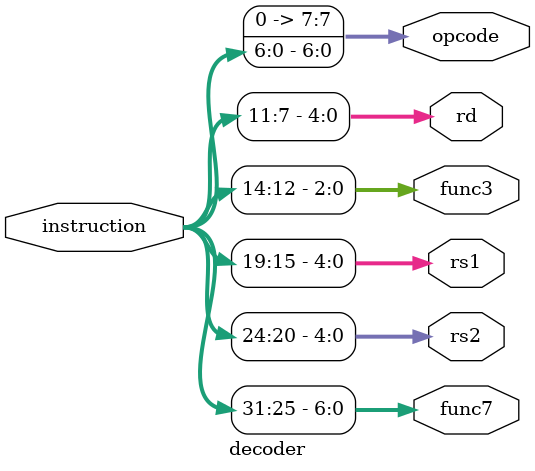
<source format=v>
module decoder(
    input [31:0] instruction,
    output [6:0]func7,
    output [4:0] rs2,
    output [4:0] rs1,
    output [2:0] func3,
    output [4:0] rd,
    output [7:0] opcode
);

assign func7 = instruction[31:25];
assign rs2 = instruction[24:20];
assign rs1 = instruction[19:15];
assign func3 = instruction[14:12];
assign rd = instruction[11:7];
assign opcode = instruction[6:0];

endmodule
</source>
